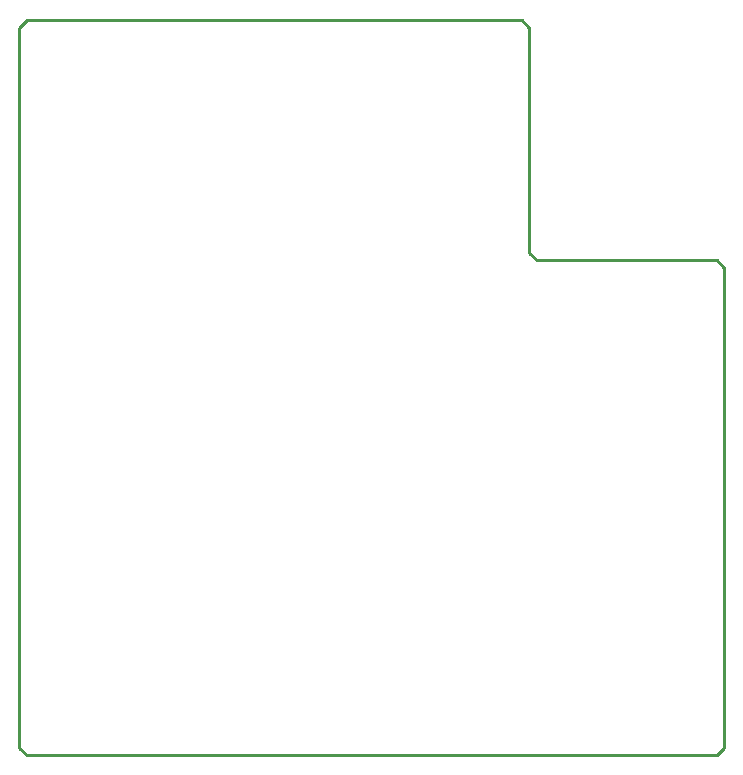
<source format=gbr>
%TF.GenerationSoftware,KiCad,Pcbnew,6.0.9-1.fc36*%
%TF.CreationDate,2022-12-06T19:06:57+01:00*%
%TF.ProjectId,iBolit_daughter,69426f6c-6974-45f6-9461-756768746572,rev?*%
%TF.SameCoordinates,Original*%
%TF.FileFunction,Profile,NP*%
%FSLAX46Y46*%
G04 Gerber Fmt 4.6, Leading zero omitted, Abs format (unit mm)*
G04 Created by KiCad (PCBNEW 6.0.9-1.fc36) date 2022-12-06 19:06:57*
%MOMM*%
%LPD*%
G01*
G04 APERTURE LIST*
%TA.AperFunction,Profile*%
%ADD10C,0.254000*%
%TD*%
G04 APERTURE END LIST*
D10*
X177711100Y-94208600D02*
X162471100Y-94208600D01*
X161836100Y-93573600D02*
X161836100Y-74523600D01*
X161201100Y-73888600D02*
X119291100Y-73888600D01*
X118656100Y-74523600D02*
X118656100Y-135483600D01*
X119291100Y-136118600D02*
X177711100Y-136118600D01*
X178346100Y-94843600D02*
X178346100Y-135483600D01*
X178346100Y-94843600D02*
X177711100Y-94208600D01*
X161836100Y-93573600D02*
X162471100Y-94208600D01*
X161201100Y-73888600D02*
X161836100Y-74523600D01*
X118656100Y-74523600D02*
X119291100Y-73888600D01*
X118656100Y-135483600D02*
X119291100Y-136118600D01*
X177711100Y-136118600D02*
X178346100Y-135483600D01*
M02*

</source>
